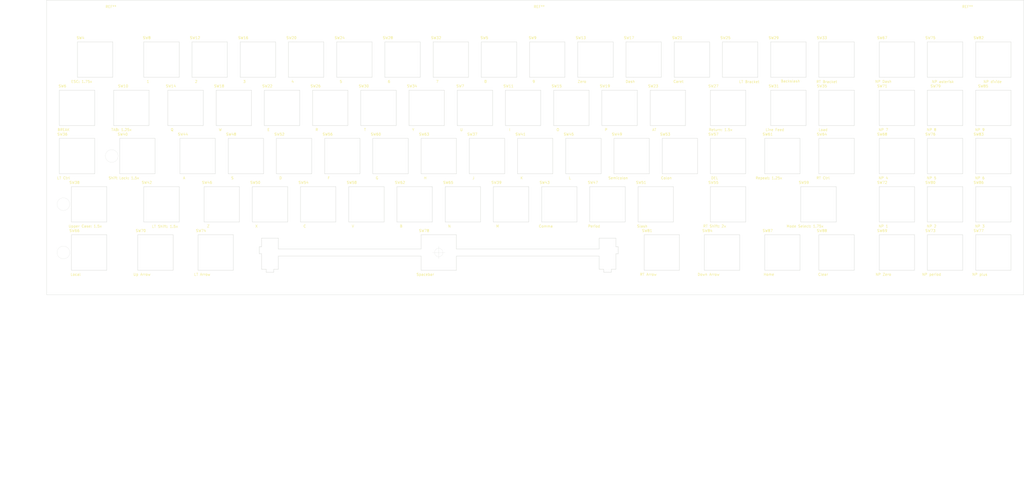
<source format=kicad_pcb>
(kicad_pcb (version 20171130) (host pcbnew "(5.1.5-0-10_14)")

  (general
    (thickness 1.6)
    (drawings 9)
    (tracks 0)
    (zones 0)
    (modules 88)
    (nets 1)
  )

  (page C)
  (title_block
    (title "Unified Retro Keyboard")
    (date 2019-08-25)
    (rev 1.3)
    (company OSIWeb.org)
    (comment 1 "Key matrix w/ LED")
  )

  (layers
    (0 F.Cu signal)
    (31 B.Cu signal)
    (32 B.Adhes user)
    (33 F.Adhes user)
    (34 B.Paste user)
    (35 F.Paste user)
    (36 B.SilkS user)
    (37 F.SilkS user)
    (38 B.Mask user)
    (39 F.Mask user)
    (40 Dwgs.User user)
    (41 Cmts.User user)
    (42 Eco1.User user)
    (43 Eco2.User user)
    (44 Edge.Cuts user)
    (45 Margin user)
    (46 B.CrtYd user)
    (47 F.CrtYd user)
    (48 B.Fab user)
    (49 F.Fab user)
  )

  (setup
    (last_trace_width 0.254)
    (user_trace_width 0.254)
    (user_trace_width 0.508)
    (user_trace_width 1.27)
    (trace_clearance 0.2)
    (zone_clearance 0.508)
    (zone_45_only no)
    (trace_min 0.2)
    (via_size 0.8128)
    (via_drill 0.4064)
    (via_min_size 0.4)
    (via_min_drill 0.3)
    (user_via 1.27 0.7112)
    (uvia_size 0.3048)
    (uvia_drill 0.1016)
    (uvias_allowed no)
    (uvia_min_size 0.2)
    (uvia_min_drill 0.1)
    (edge_width 0.05)
    (segment_width 0.2)
    (pcb_text_width 0.3)
    (pcb_text_size 1.5 1.5)
    (mod_edge_width 0.12)
    (mod_text_size 1 1)
    (mod_text_width 0.15)
    (pad_size 3.81 3.81)
    (pad_drill 3.81)
    (pad_to_mask_clearance 0)
    (aux_axis_origin 61.4172 179.1081)
    (grid_origin 76.835 223.393)
    (visible_elements 7FFFEFFF)
    (pcbplotparams
      (layerselection 0x010fc_ffffffff)
      (usegerberextensions false)
      (usegerberattributes false)
      (usegerberadvancedattributes false)
      (creategerberjobfile false)
      (excludeedgelayer true)
      (linewidth 0.100000)
      (plotframeref false)
      (viasonmask false)
      (mode 1)
      (useauxorigin false)
      (hpglpennumber 1)
      (hpglpenspeed 20)
      (hpglpendiameter 15.000000)
      (psnegative false)
      (psa4output false)
      (plotreference true)
      (plotvalue true)
      (plotinvisibletext false)
      (padsonsilk false)
      (subtractmaskfromsilk false)
      (outputformat 1)
      (mirror false)
      (drillshape 0)
      (scaleselection 1)
      (outputdirectory "outputs"))
  )

  (net 0 "")

  (net_class Default "This is the default net class."
    (clearance 0.2)
    (trace_width 0.254)
    (via_dia 0.8128)
    (via_drill 0.4064)
    (uvia_dia 0.3048)
    (uvia_drill 0.1016)
    (diff_pair_width 0.2032)
    (diff_pair_gap 0.254)
  )

  (net_class power1 ""
    (clearance 0.254)
    (trace_width 1.27)
    (via_dia 1.27)
    (via_drill 0.7112)
    (uvia_dia 0.3048)
    (uvia_drill 0.1016)
    (diff_pair_width 0.2032)
    (diff_pair_gap 0.254)
  )

  (net_class signal ""
    (clearance 0.2032)
    (trace_width 0.254)
    (via_dia 0.8128)
    (via_drill 0.4064)
    (uvia_dia 0.3048)
    (uvia_drill 0.1016)
    (diff_pair_width 0.2032)
    (diff_pair_gap 0.254)
  )

  (module unikbd:MX_space_aligner locked (layer F.Cu) (tedit 5DA62851) (tstamp 5E12D584)
    (at 251.45238 206.79156)
    (path /5E16AC8E/5E135ADC)
    (fp_text reference SW78 (at -5.7912 -8.6106) (layer F.SilkS)
      (effects (font (size 1 1) (thickness 0.15)))
    )
    (fp_text value Spacebar (at -5.334 8.6614) (layer F.SilkS)
      (effects (font (size 1 1) (thickness 0.15)))
    )
    (fp_line (start -6.985 -6.985) (end 6.985 -6.985) (layer Edge.Cuts) (width 0.12))
    (fp_line (start -6.985 -1.397) (end -6.985 -6.985) (layer Edge.Cuts) (width 0.12))
    (fp_line (start -63.3476 -1.397) (end -6.985 -1.397) (layer Edge.Cuts) (width 0.12))
    (fp_line (start -63.3476 -5.6896) (end -63.3476 -1.397) (layer Edge.Cuts) (width 0.12))
    (fp_line (start -70.0024 -5.6896) (end -63.3476 -5.6896) (layer Edge.Cuts) (width 0.12))
    (fp_line (start -70.0024 -2.286) (end -70.0024 -5.6896) (layer Edge.Cuts) (width 0.12))
    (fp_line (start -70.866 -2.286) (end -70.0024 -2.286) (layer Edge.Cuts) (width 0.12))
    (fp_line (start -70.866 0.508) (end -70.866 -2.286) (layer Edge.Cuts) (width 0.12))
    (fp_line (start -70.0024 0.508) (end -70.866 0.508) (layer Edge.Cuts) (width 0.12))
    (fp_line (start -70.0024 6.604) (end -70.0024 0.508) (layer Edge.Cuts) (width 0.12))
    (fp_line (start -68.199 6.604) (end -70.0024 6.604) (layer Edge.Cuts) (width 0.12))
    (fp_line (start -68.199 7.7724) (end -68.199 6.604) (layer Edge.Cuts) (width 0.12))
    (fp_line (start -65.151 7.7724) (end -68.199 7.7724) (layer Edge.Cuts) (width 0.12))
    (fp_line (start -65.151 6.604) (end -65.151 7.7724) (layer Edge.Cuts) (width 0.12))
    (fp_line (start -63.3476 6.604) (end -65.151 6.604) (layer Edge.Cuts) (width 0.12))
    (fp_line (start -63.3476 1.397) (end -63.3476 6.604) (layer Edge.Cuts) (width 0.12))
    (fp_line (start -6.985 1.397) (end -63.3476 1.397) (layer Edge.Cuts) (width 0.12))
    (fp_line (start -6.985 6.985) (end -6.985 1.397) (layer Edge.Cuts) (width 0.12))
    (fp_line (start 6.985 6.985) (end -6.985 6.985) (layer Edge.Cuts) (width 0.12))
    (fp_line (start 6.985 1.397) (end 6.985 6.985) (layer Edge.Cuts) (width 0.12))
    (fp_line (start 63.3476 1.397) (end 6.985 1.397) (layer Edge.Cuts) (width 0.12))
    (fp_line (start 63.3476 6.604) (end 63.3476 1.397) (layer Edge.Cuts) (width 0.12))
    (fp_line (start 65.151 6.604) (end 63.3476 6.604) (layer Edge.Cuts) (width 0.12))
    (fp_line (start 65.151 7.7724) (end 65.151 6.604) (layer Edge.Cuts) (width 0.12))
    (fp_line (start 68.199 7.7724) (end 65.151 7.7724) (layer Edge.Cuts) (width 0.12))
    (fp_line (start 68.199 6.604) (end 68.199 7.7724) (layer Edge.Cuts) (width 0.12))
    (fp_line (start 70.0024 6.604) (end 68.199 6.604) (layer Edge.Cuts) (width 0.12))
    (fp_line (start 70.0024 0.508) (end 70.0024 6.604) (layer Edge.Cuts) (width 0.12))
    (fp_line (start 70.866 0.508) (end 70.0024 0.508) (layer Edge.Cuts) (width 0.12))
    (fp_line (start 70.866 -2.286) (end 70.866 0.508) (layer Edge.Cuts) (width 0.12))
    (fp_line (start 70.0024 -2.286) (end 70.866 -2.286) (layer Edge.Cuts) (width 0.12))
    (fp_line (start 70.0024 -5.6896) (end 70.0024 -2.286) (layer Edge.Cuts) (width 0.12))
    (fp_line (start 63.3476 -5.6896) (end 70.0024 -5.6896) (layer Edge.Cuts) (width 0.12))
    (fp_line (start 63.3476 -1.397) (end 63.3476 -5.6896) (layer Edge.Cuts) (width 0.12))
    (fp_line (start 6.985 -1.397) (end 63.3476 -1.397) (layer Edge.Cuts) (width 0.12))
    (fp_line (start 6.985 -6.985) (end 6.985 -1.397) (layer Edge.Cuts) (width 0.12))
  )

  (module "unikbd:Cherry aligner" locked (layer F.Cu) (tedit 5DA626D6) (tstamp 5E12D3E0)
    (at 365.75238 168.69156)
    (path /5BC3E99D/5BC6CD79)
    (fp_text reference SW57 (at -5.7912 -8.6106) (layer F.SilkS)
      (effects (font (size 1 1) (thickness 0.15)))
    )
    (fp_text value DEL (at -5.334 8.6614) (layer F.SilkS)
      (effects (font (size 1 1) (thickness 0.15)))
    )
    (fp_line (start -6.985 -6.985) (end -6.985 6.985) (layer Edge.Cuts) (width 0.12))
    (fp_line (start 6.985 6.985) (end 6.985 -6.985) (layer Edge.Cuts) (width 0.12))
    (fp_line (start -6.985 -6.985) (end 6.985 -6.985) (layer Edge.Cuts) (width 0.12))
    (fp_line (start -6.985 6.985) (end 6.985 6.985) (layer Edge.Cuts) (width 0.12))
  )

  (module "unikbd:Cherry aligner" locked (layer F.Cu) (tedit 5DA626D6) (tstamp 5E12D3A4)
    (at 203.82738 187.74156)
    (path /5BC3E99D/5BC6CEF2)
    (fp_text reference SW54 (at -5.7912 -8.6106) (layer F.SilkS)
      (effects (font (size 1 1) (thickness 0.15)))
    )
    (fp_text value C (at -5.334 8.6614) (layer F.SilkS)
      (effects (font (size 1 1) (thickness 0.15)))
    )
    (fp_line (start -6.985 -6.985) (end -6.985 6.985) (layer Edge.Cuts) (width 0.12))
    (fp_line (start 6.985 6.985) (end 6.985 -6.985) (layer Edge.Cuts) (width 0.12))
    (fp_line (start -6.985 -6.985) (end 6.985 -6.985) (layer Edge.Cuts) (width 0.12))
    (fp_line (start -6.985 6.985) (end 6.985 6.985) (layer Edge.Cuts) (width 0.12))
  )

  (module "unikbd:Cherry aligner" locked (layer F.Cu) (tedit 5DA626D6) (tstamp 5E6EC726)
    (at 163.34613 206.79156)
    (path /5E16AC8E/5E1BE0F6)
    (fp_text reference SW74 (at -5.7912 -8.6106) (layer F.SilkS)
      (effects (font (size 1 1) (thickness 0.15)))
    )
    (fp_text value "LT Arrow" (at -5.334 8.6614) (layer F.SilkS)
      (effects (font (size 1 1) (thickness 0.15)))
    )
    (fp_line (start -6.985 -6.985) (end -6.985 6.985) (layer Edge.Cuts) (width 0.12))
    (fp_line (start 6.985 6.985) (end 6.985 -6.985) (layer Edge.Cuts) (width 0.12))
    (fp_line (start -6.985 -6.985) (end 6.985 -6.985) (layer Edge.Cuts) (width 0.12))
    (fp_line (start -6.985 6.985) (end 6.985 6.985) (layer Edge.Cuts) (width 0.12))
  )

  (module "unikbd:Cherry aligner" locked (layer F.Cu) (tedit 5DA626D6) (tstamp 5E120789)
    (at 470.52738 149.64156)
    (path /5E16AC8E/5E1BE103)
    (fp_text reference SW85 (at -4.03098 -8.56996) (layer F.SilkS)
      (effects (font (size 1 1) (thickness 0.15)))
    )
    (fp_text value "NP 9" (at -5.334 8.6614) (layer F.SilkS)
      (effects (font (size 1 1) (thickness 0.15)))
    )
    (fp_line (start -6.985 -6.985) (end -6.985 6.985) (layer Edge.Cuts) (width 0.12))
    (fp_line (start 6.985 6.985) (end 6.985 -6.985) (layer Edge.Cuts) (width 0.12))
    (fp_line (start -6.985 -6.985) (end 6.985 -6.985) (layer Edge.Cuts) (width 0.12))
    (fp_line (start -6.985 6.985) (end 6.985 6.985) (layer Edge.Cuts) (width 0.12))
  )

  (module "unikbd:Cherry aligner" locked (layer F.Cu) (tedit 5DA626D6) (tstamp 5E12D1C4)
    (at 227.63988 149.64156)
    (path /5BC3EA0A/5BCAF420)
    (fp_text reference SW30 (at -5.7912 -8.6106) (layer F.SilkS)
      (effects (font (size 1 1) (thickness 0.15)))
    )
    (fp_text value T (at -5.334 8.6614) (layer F.SilkS)
      (effects (font (size 1 1) (thickness 0.15)))
    )
    (fp_line (start -6.985 -6.985) (end -6.985 6.985) (layer Edge.Cuts) (width 0.12))
    (fp_line (start 6.985 6.985) (end 6.985 -6.985) (layer Edge.Cuts) (width 0.12))
    (fp_line (start -6.985 -6.985) (end 6.985 -6.985) (layer Edge.Cuts) (width 0.12))
    (fp_line (start -6.985 6.985) (end 6.985 6.985) (layer Edge.Cuts) (width 0.12))
  )

  (module "unikbd:Cherry aligner" locked (layer F.Cu) (tedit 5DA626D6) (tstamp 5E12D64C)
    (at 408.61488 206.79156)
    (path /5E16AC8E/5E1BE0F8)
    (fp_text reference SW88 (at -5.7912 -8.6106) (layer F.SilkS)
      (effects (font (size 1 1) (thickness 0.15)))
    )
    (fp_text value Clear (at -5.334 8.6614) (layer F.SilkS)
      (effects (font (size 1 1) (thickness 0.15)))
    )
    (fp_line (start -6.985 -6.985) (end -6.985 6.985) (layer Edge.Cuts) (width 0.12))
    (fp_line (start 6.985 6.985) (end 6.985 -6.985) (layer Edge.Cuts) (width 0.12))
    (fp_line (start -6.985 -6.985) (end 6.985 -6.985) (layer Edge.Cuts) (width 0.12))
    (fp_line (start -6.985 6.985) (end 6.985 6.985) (layer Edge.Cuts) (width 0.12))
  )

  (module "unikbd:Cherry aligner" locked (layer F.Cu) (tedit 5DA626D6) (tstamp 5E12D638)
    (at 387.18363 206.79156)
    (path /5E16AC8E/5E1BE0F9)
    (fp_text reference SW87 (at -5.7912 -8.6106) (layer F.SilkS)
      (effects (font (size 1 1) (thickness 0.15)))
    )
    (fp_text value Home (at -5.334 8.6614) (layer F.SilkS)
      (effects (font (size 1 1) (thickness 0.15)))
    )
    (fp_line (start -6.985 -6.985) (end -6.985 6.985) (layer Edge.Cuts) (width 0.12))
    (fp_line (start 6.985 6.985) (end 6.985 -6.985) (layer Edge.Cuts) (width 0.12))
    (fp_line (start -6.985 -6.985) (end 6.985 -6.985) (layer Edge.Cuts) (width 0.12))
    (fp_line (start -6.985 6.985) (end 6.985 6.985) (layer Edge.Cuts) (width 0.12))
  )

  (module "unikbd:Cherry aligner" locked (layer F.Cu) (tedit 5DA626D6) (tstamp 5E12D624)
    (at 470.52738 187.74156)
    (path /5E16AC8E/5E1BE10E)
    (fp_text reference SW86 (at -5.7912 -8.6106) (layer F.SilkS)
      (effects (font (size 1 1) (thickness 0.15)))
    )
    (fp_text value "NP 3" (at -5.334 8.6614) (layer F.SilkS)
      (effects (font (size 1 1) (thickness 0.15)))
    )
    (fp_line (start -6.985 -6.985) (end -6.985 6.985) (layer Edge.Cuts) (width 0.12))
    (fp_line (start 6.985 6.985) (end 6.985 -6.985) (layer Edge.Cuts) (width 0.12))
    (fp_line (start -6.985 -6.985) (end 6.985 -6.985) (layer Edge.Cuts) (width 0.12))
    (fp_line (start -6.985 6.985) (end 6.985 6.985) (layer Edge.Cuts) (width 0.12))
  )

  (module "unikbd:Cherry aligner" locked (layer F.Cu) (tedit 5DA626D6) (tstamp 5E12D5FC)
    (at 363.37113 206.79156)
    (path /5E16AC8E/5E1BE0F7)
    (fp_text reference SW84 (at -5.7912 -8.6106) (layer F.SilkS)
      (effects (font (size 1 1) (thickness 0.15)))
    )
    (fp_text value "Down Arrow" (at -5.334 8.6614) (layer F.SilkS)
      (effects (font (size 1 1) (thickness 0.15)))
    )
    (fp_line (start -6.985 -6.985) (end -6.985 6.985) (layer Edge.Cuts) (width 0.12))
    (fp_line (start 6.985 6.985) (end 6.985 -6.985) (layer Edge.Cuts) (width 0.12))
    (fp_line (start -6.985 -6.985) (end 6.985 -6.985) (layer Edge.Cuts) (width 0.12))
    (fp_line (start -6.985 6.985) (end 6.985 6.985) (layer Edge.Cuts) (width 0.12))
  )

  (module "unikbd:Cherry aligner" locked (layer F.Cu) (tedit 5DA626D6) (tstamp 5E12D5E8)
    (at 470.52738 168.69156)
    (path /5E16AC8E/5E1BE10D)
    (fp_text reference SW83 (at -5.7912 -8.6106) (layer F.SilkS)
      (effects (font (size 1 1) (thickness 0.15)))
    )
    (fp_text value "NP 6" (at -5.334 8.6614) (layer F.SilkS)
      (effects (font (size 1 1) (thickness 0.15)))
    )
    (fp_line (start -6.985 -6.985) (end -6.985 6.985) (layer Edge.Cuts) (width 0.12))
    (fp_line (start 6.985 6.985) (end 6.985 -6.985) (layer Edge.Cuts) (width 0.12))
    (fp_line (start -6.985 -6.985) (end 6.985 -6.985) (layer Edge.Cuts) (width 0.12))
    (fp_line (start -6.985 6.985) (end 6.985 6.985) (layer Edge.Cuts) (width 0.12))
  )

  (module "unikbd:Cherry aligner" locked (layer F.Cu) (tedit 5DA626D6) (tstamp 5E12D5D4)
    (at 470.52738 130.59156)
    (path /5E16AC8E/5E1BE102)
    (fp_text reference SW82 (at -5.7912 -8.6106) (layer F.SilkS)
      (effects (font (size 1 1) (thickness 0.15)))
    )
    (fp_text value "NP divide" (at -0.29718 8.72744) (layer F.SilkS)
      (effects (font (size 1 1) (thickness 0.15)))
    )
    (fp_line (start -6.985 -6.985) (end -6.985 6.985) (layer Edge.Cuts) (width 0.12))
    (fp_line (start 6.985 6.985) (end 6.985 -6.985) (layer Edge.Cuts) (width 0.12))
    (fp_line (start -6.985 -6.985) (end 6.985 -6.985) (layer Edge.Cuts) (width 0.12))
    (fp_line (start -6.985 6.985) (end 6.985 6.985) (layer Edge.Cuts) (width 0.12))
  )

  (module "unikbd:Cherry aligner" locked (layer F.Cu) (tedit 5DA626D6) (tstamp 5E10B4C4)
    (at 339.55863 206.79156)
    (path /5E16AC8E/5E1BE119)
    (fp_text reference SW81 (at -5.7912 -8.6106) (layer F.SilkS)
      (effects (font (size 1 1) (thickness 0.15)))
    )
    (fp_text value "RT Arrow" (at -5.334 8.6614) (layer F.SilkS)
      (effects (font (size 1 1) (thickness 0.15)))
    )
    (fp_line (start -6.985 -6.985) (end -6.985 6.985) (layer Edge.Cuts) (width 0.12))
    (fp_line (start 6.985 6.985) (end 6.985 -6.985) (layer Edge.Cuts) (width 0.12))
    (fp_line (start -6.985 -6.985) (end 6.985 -6.985) (layer Edge.Cuts) (width 0.12))
    (fp_line (start -6.985 6.985) (end 6.985 6.985) (layer Edge.Cuts) (width 0.12))
  )

  (module "unikbd:Cherry aligner" locked (layer F.Cu) (tedit 5DA626D6) (tstamp 5E12D5AC)
    (at 451.47738 187.74156)
    (path /5E16AC8E/5E1BE10B)
    (fp_text reference SW80 (at -5.7912 -8.6106) (layer F.SilkS)
      (effects (font (size 1 1) (thickness 0.15)))
    )
    (fp_text value "NP 2" (at -5.334 8.6614) (layer F.SilkS)
      (effects (font (size 1 1) (thickness 0.15)))
    )
    (fp_line (start -6.985 -6.985) (end -6.985 6.985) (layer Edge.Cuts) (width 0.12))
    (fp_line (start 6.985 6.985) (end 6.985 -6.985) (layer Edge.Cuts) (width 0.12))
    (fp_line (start -6.985 -6.985) (end 6.985 -6.985) (layer Edge.Cuts) (width 0.12))
    (fp_line (start -6.985 6.985) (end 6.985 6.985) (layer Edge.Cuts) (width 0.12))
  )

  (module "unikbd:Cherry aligner" locked (layer F.Cu) (tedit 5DA626D6) (tstamp 5E12D598)
    (at 451.47738 149.64156)
    (path /5E16AC8E/5E1BE100)
    (fp_text reference SW79 (at -3.75158 -8.56996) (layer F.SilkS)
      (effects (font (size 1 1) (thickness 0.15)))
    )
    (fp_text value "NP 8" (at -5.334 8.6614) (layer F.SilkS)
      (effects (font (size 1 1) (thickness 0.15)))
    )
    (fp_line (start -6.985 -6.985) (end -6.985 6.985) (layer Edge.Cuts) (width 0.12))
    (fp_line (start 6.985 6.985) (end 6.985 -6.985) (layer Edge.Cuts) (width 0.12))
    (fp_line (start -6.985 -6.985) (end 6.985 -6.985) (layer Edge.Cuts) (width 0.12))
    (fp_line (start -6.985 6.985) (end 6.985 6.985) (layer Edge.Cuts) (width 0.12))
  )

  (module "unikbd:Cherry aligner" locked (layer F.Cu) (tedit 5DA626D6) (tstamp 5E12D570)
    (at 470.52738 206.79156)
    (path /5E16AC8E/5E1BE116)
    (fp_text reference SW77 (at -5.7912 -8.6106) (layer F.SilkS)
      (effects (font (size 1 1) (thickness 0.15)))
    )
    (fp_text value "NP plus" (at -5.334 8.6614) (layer F.SilkS)
      (effects (font (size 1 1) (thickness 0.15)))
    )
    (fp_line (start -6.985 -6.985) (end -6.985 6.985) (layer Edge.Cuts) (width 0.12))
    (fp_line (start 6.985 6.985) (end 6.985 -6.985) (layer Edge.Cuts) (width 0.12))
    (fp_line (start -6.985 -6.985) (end 6.985 -6.985) (layer Edge.Cuts) (width 0.12))
    (fp_line (start -6.985 6.985) (end 6.985 6.985) (layer Edge.Cuts) (width 0.12))
  )

  (module "unikbd:Cherry aligner" locked (layer F.Cu) (tedit 5DA626D6) (tstamp 5E12D55C)
    (at 451.47738 168.69156)
    (path /5E16AC8E/5E1BE10C)
    (fp_text reference SW76 (at -5.7912 -8.6106) (layer F.SilkS)
      (effects (font (size 1 1) (thickness 0.15)))
    )
    (fp_text value "NP 5" (at -5.334 8.6614) (layer F.SilkS)
      (effects (font (size 1 1) (thickness 0.15)))
    )
    (fp_line (start -6.985 -6.985) (end -6.985 6.985) (layer Edge.Cuts) (width 0.12))
    (fp_line (start 6.985 6.985) (end 6.985 -6.985) (layer Edge.Cuts) (width 0.12))
    (fp_line (start -6.985 -6.985) (end 6.985 -6.985) (layer Edge.Cuts) (width 0.12))
    (fp_line (start -6.985 6.985) (end 6.985 6.985) (layer Edge.Cuts) (width 0.12))
  )

  (module "unikbd:Cherry aligner" locked (layer F.Cu) (tedit 5DA626D6) (tstamp 5E114E20)
    (at 451.47738 130.59156)
    (path /5E16AC8E/5E1BE101)
    (fp_text reference SW75 (at -5.7912 -8.6106) (layer F.SilkS)
      (effects (font (size 1 1) (thickness 0.15)))
    )
    (fp_text value "NP asterisk" (at -0.88138 8.72744) (layer F.SilkS)
      (effects (font (size 1 1) (thickness 0.15)))
    )
    (fp_line (start -6.985 -6.985) (end -6.985 6.985) (layer Edge.Cuts) (width 0.12))
    (fp_line (start 6.985 6.985) (end 6.985 -6.985) (layer Edge.Cuts) (width 0.12))
    (fp_line (start -6.985 -6.985) (end 6.985 -6.985) (layer Edge.Cuts) (width 0.12))
    (fp_line (start -6.985 6.985) (end 6.985 6.985) (layer Edge.Cuts) (width 0.12))
  )

  (module "unikbd:Cherry aligner" locked (layer F.Cu) (tedit 5DA626D6) (tstamp 5E12D520)
    (at 451.47738 206.79156)
    (path /5E16AC8E/5BC6D0AD)
    (fp_text reference SW73 (at -5.7912 -8.6106) (layer F.SilkS)
      (effects (font (size 1 1) (thickness 0.15)))
    )
    (fp_text value "NP period" (at -5.334 8.6614) (layer F.SilkS)
      (effects (font (size 1 1) (thickness 0.15)))
    )
    (fp_line (start -6.985 -6.985) (end -6.985 6.985) (layer Edge.Cuts) (width 0.12))
    (fp_line (start 6.985 6.985) (end 6.985 -6.985) (layer Edge.Cuts) (width 0.12))
    (fp_line (start -6.985 -6.985) (end 6.985 -6.985) (layer Edge.Cuts) (width 0.12))
    (fp_line (start -6.985 6.985) (end 6.985 6.985) (layer Edge.Cuts) (width 0.12))
  )

  (module "unikbd:Cherry aligner" locked (layer F.Cu) (tedit 5DA626D6) (tstamp 5E12D50C)
    (at 432.42738 187.74156)
    (path /5E16AC8E/5E1BE10A)
    (fp_text reference SW72 (at -5.7912 -8.6106) (layer F.SilkS)
      (effects (font (size 1 1) (thickness 0.15)))
    )
    (fp_text value "NP 1" (at -5.334 8.6614) (layer F.SilkS)
      (effects (font (size 1 1) (thickness 0.15)))
    )
    (fp_line (start -6.985 -6.985) (end -6.985 6.985) (layer Edge.Cuts) (width 0.12))
    (fp_line (start 6.985 6.985) (end 6.985 -6.985) (layer Edge.Cuts) (width 0.12))
    (fp_line (start -6.985 -6.985) (end 6.985 -6.985) (layer Edge.Cuts) (width 0.12))
    (fp_line (start -6.985 6.985) (end 6.985 6.985) (layer Edge.Cuts) (width 0.12))
  )

  (module "unikbd:Cherry aligner" locked (layer F.Cu) (tedit 5DA626D6) (tstamp 5E12D4F8)
    (at 432.42738 149.64156)
    (path /5E16AC8E/5E1BE0FF)
    (fp_text reference SW71 (at -5.7912 -8.6106) (layer F.SilkS)
      (effects (font (size 1 1) (thickness 0.15)))
    )
    (fp_text value "NP 7" (at -5.334 8.6614) (layer F.SilkS)
      (effects (font (size 1 1) (thickness 0.15)))
    )
    (fp_line (start -6.985 -6.985) (end -6.985 6.985) (layer Edge.Cuts) (width 0.12))
    (fp_line (start 6.985 6.985) (end 6.985 -6.985) (layer Edge.Cuts) (width 0.12))
    (fp_line (start -6.985 -6.985) (end 6.985 -6.985) (layer Edge.Cuts) (width 0.12))
    (fp_line (start -6.985 6.985) (end 6.985 6.985) (layer Edge.Cuts) (width 0.12))
  )

  (module "unikbd:Cherry aligner" locked (layer F.Cu) (tedit 5DA626D6) (tstamp 5E12D4E4)
    (at 139.53363 206.79156)
    (path /5E16AC8E/5E1BE0F5)
    (fp_text reference SW70 (at -5.7912 -8.6106) (layer F.SilkS)
      (effects (font (size 1 1) (thickness 0.15)))
    )
    (fp_text value "Up Arrow" (at -5.334 8.6614) (layer F.SilkS)
      (effects (font (size 1 1) (thickness 0.15)))
    )
    (fp_line (start -6.985 -6.985) (end -6.985 6.985) (layer Edge.Cuts) (width 0.12))
    (fp_line (start 6.985 6.985) (end 6.985 -6.985) (layer Edge.Cuts) (width 0.12))
    (fp_line (start -6.985 -6.985) (end 6.985 -6.985) (layer Edge.Cuts) (width 0.12))
    (fp_line (start -6.985 6.985) (end 6.985 6.985) (layer Edge.Cuts) (width 0.12))
  )

  (module "unikbd:Cherry aligner" locked (layer F.Cu) (tedit 5DA626D6) (tstamp 5E12D4D0)
    (at 432.42738 206.79156)
    (path /5E16AC8E/5E149AE2)
    (fp_text reference SW69 (at -5.7912 -8.6106) (layer F.SilkS)
      (effects (font (size 1 1) (thickness 0.15)))
    )
    (fp_text value "NP Zero" (at -5.334 8.6614) (layer F.SilkS)
      (effects (font (size 1 1) (thickness 0.15)))
    )
    (fp_line (start -6.985 -6.985) (end -6.985 6.985) (layer Edge.Cuts) (width 0.12))
    (fp_line (start 6.985 6.985) (end 6.985 -6.985) (layer Edge.Cuts) (width 0.12))
    (fp_line (start -6.985 -6.985) (end 6.985 -6.985) (layer Edge.Cuts) (width 0.12))
    (fp_line (start -6.985 6.985) (end 6.985 6.985) (layer Edge.Cuts) (width 0.12))
  )

  (module "unikbd:Cherry aligner" locked (layer F.Cu) (tedit 5DA626D6) (tstamp 5E12D4BC)
    (at 432.42738 168.69156)
    (path /5E16AC8E/5E1BE109)
    (fp_text reference SW68 (at -5.7912 -8.6106) (layer F.SilkS)
      (effects (font (size 1 1) (thickness 0.15)))
    )
    (fp_text value "NP 4" (at -5.334 8.6614) (layer F.SilkS)
      (effects (font (size 1 1) (thickness 0.15)))
    )
    (fp_line (start -6.985 -6.985) (end -6.985 6.985) (layer Edge.Cuts) (width 0.12))
    (fp_line (start 6.985 6.985) (end 6.985 -6.985) (layer Edge.Cuts) (width 0.12))
    (fp_line (start -6.985 -6.985) (end 6.985 -6.985) (layer Edge.Cuts) (width 0.12))
    (fp_line (start -6.985 6.985) (end 6.985 6.985) (layer Edge.Cuts) (width 0.12))
  )

  (module "unikbd:Cherry aligner" locked (layer F.Cu) (tedit 5DA626D6) (tstamp 5E12D4A8)
    (at 432.42738 130.59156)
    (path /5E16AC8E/5E13E76B)
    (fp_text reference SW67 (at -5.7912 -8.6106) (layer F.SilkS)
      (effects (font (size 1 1) (thickness 0.15)))
    )
    (fp_text value "NP Dash" (at -5.334 8.6614) (layer F.SilkS)
      (effects (font (size 1 1) (thickness 0.15)))
    )
    (fp_line (start -6.985 -6.985) (end -6.985 6.985) (layer Edge.Cuts) (width 0.12))
    (fp_line (start 6.985 6.985) (end 6.985 -6.985) (layer Edge.Cuts) (width 0.12))
    (fp_line (start -6.985 -6.985) (end 6.985 -6.985) (layer Edge.Cuts) (width 0.12))
    (fp_line (start -6.985 6.985) (end 6.985 6.985) (layer Edge.Cuts) (width 0.12))
  )

  (module "unikbd:Cherry aligner" locked (layer F.Cu) (tedit 5DA626D6) (tstamp 5E12D494)
    (at 113.33988 206.79156)
    (path /5E16AC8E/5E12EFC1)
    (fp_text reference SW66 (at -5.7912 -8.6106) (layer F.SilkS)
      (effects (font (size 1 1) (thickness 0.15)))
    )
    (fp_text value Local (at -5.334 8.6614) (layer F.SilkS)
      (effects (font (size 1 1) (thickness 0.15)))
    )
    (fp_line (start -6.985 -6.985) (end -6.985 6.985) (layer Edge.Cuts) (width 0.12))
    (fp_line (start 6.985 6.985) (end 6.985 -6.985) (layer Edge.Cuts) (width 0.12))
    (fp_line (start -6.985 -6.985) (end 6.985 -6.985) (layer Edge.Cuts) (width 0.12))
    (fp_line (start -6.985 6.985) (end 6.985 6.985) (layer Edge.Cuts) (width 0.12))
  )

  (module "unikbd:Cherry aligner" locked (layer F.Cu) (tedit 5DA626D6) (tstamp 5E12D480)
    (at 260.97738 187.74156)
    (path /5BC3E99D/5BC6CF00)
    (fp_text reference SW65 (at -5.7912 -8.6106) (layer F.SilkS)
      (effects (font (size 1 1) (thickness 0.15)))
    )
    (fp_text value N (at -5.334 8.6614) (layer F.SilkS)
      (effects (font (size 1 1) (thickness 0.15)))
    )
    (fp_line (start -6.985 -6.985) (end -6.985 6.985) (layer Edge.Cuts) (width 0.12))
    (fp_line (start 6.985 6.985) (end 6.985 -6.985) (layer Edge.Cuts) (width 0.12))
    (fp_line (start -6.985 -6.985) (end 6.985 -6.985) (layer Edge.Cuts) (width 0.12))
    (fp_line (start -6.985 6.985) (end 6.985 6.985) (layer Edge.Cuts) (width 0.12))
  )

  (module "unikbd:Cherry aligner" locked (layer F.Cu) (tedit 5DA626D6) (tstamp 5E12D46C)
    (at 408.61488 168.69156)
    (path /5BC3E99D/5BC6CD80)
    (fp_text reference SW64 (at -5.7912 -8.6106) (layer F.SilkS)
      (effects (font (size 1 1) (thickness 0.15)))
    )
    (fp_text value "RT Ctrl" (at -5.334 8.6614) (layer F.SilkS)
      (effects (font (size 1 1) (thickness 0.15)))
    )
    (fp_line (start -6.985 -6.985) (end -6.985 6.985) (layer Edge.Cuts) (width 0.12))
    (fp_line (start 6.985 6.985) (end 6.985 -6.985) (layer Edge.Cuts) (width 0.12))
    (fp_line (start -6.985 -6.985) (end 6.985 -6.985) (layer Edge.Cuts) (width 0.12))
    (fp_line (start -6.985 6.985) (end 6.985 6.985) (layer Edge.Cuts) (width 0.12))
  )

  (module "unikbd:Cherry aligner" locked (layer F.Cu) (tedit 5DA626D6) (tstamp 5E12D458)
    (at 251.45238 168.69156)
    (path /5BC3E99D/5BC3FF70)
    (fp_text reference SW63 (at -5.7912 -8.6106) (layer F.SilkS)
      (effects (font (size 1 1) (thickness 0.15)))
    )
    (fp_text value H (at -5.334 8.6614) (layer F.SilkS)
      (effects (font (size 1 1) (thickness 0.15)))
    )
    (fp_line (start -6.985 -6.985) (end -6.985 6.985) (layer Edge.Cuts) (width 0.12))
    (fp_line (start 6.985 6.985) (end 6.985 -6.985) (layer Edge.Cuts) (width 0.12))
    (fp_line (start -6.985 -6.985) (end 6.985 -6.985) (layer Edge.Cuts) (width 0.12))
    (fp_line (start -6.985 6.985) (end 6.985 6.985) (layer Edge.Cuts) (width 0.12))
  )

  (module "unikbd:Cherry aligner" locked (layer F.Cu) (tedit 5DA626D6) (tstamp 5E12D444)
    (at 241.92738 187.74156)
    (path /5BC3E99D/5BC6CF07)
    (fp_text reference SW62 (at -5.7912 -8.6106) (layer F.SilkS)
      (effects (font (size 1 1) (thickness 0.15)))
    )
    (fp_text value B (at -5.334 8.6614) (layer F.SilkS)
      (effects (font (size 1 1) (thickness 0.15)))
    )
    (fp_line (start -6.985 -6.985) (end -6.985 6.985) (layer Edge.Cuts) (width 0.12))
    (fp_line (start 6.985 6.985) (end 6.985 -6.985) (layer Edge.Cuts) (width 0.12))
    (fp_line (start -6.985 -6.985) (end 6.985 -6.985) (layer Edge.Cuts) (width 0.12))
    (fp_line (start -6.985 6.985) (end 6.985 6.985) (layer Edge.Cuts) (width 0.12))
  )

  (module "unikbd:Cherry aligner" locked (layer F.Cu) (tedit 5DA626D6) (tstamp 5E12D430)
    (at 387.18363 168.69156)
    (path /5BC3E99D/5BC6CD87)
    (fp_text reference SW61 (at -5.7912 -8.6106) (layer F.SilkS)
      (effects (font (size 1 1) (thickness 0.15)))
    )
    (fp_text value "Repeat: 1.25x" (at -5.334 8.6614) (layer F.SilkS)
      (effects (font (size 1 1) (thickness 0.15)))
    )
    (fp_line (start -6.985 -6.985) (end -6.985 6.985) (layer Edge.Cuts) (width 0.12))
    (fp_line (start 6.985 6.985) (end 6.985 -6.985) (layer Edge.Cuts) (width 0.12))
    (fp_line (start -6.985 -6.985) (end 6.985 -6.985) (layer Edge.Cuts) (width 0.12))
    (fp_line (start -6.985 6.985) (end 6.985 6.985) (layer Edge.Cuts) (width 0.12))
  )

  (module "unikbd:Cherry aligner" locked (layer F.Cu) (tedit 5DA626D6) (tstamp 5E12D41C)
    (at 232.40238 168.69156)
    (path /5BC3E99D/5BC3FF77)
    (fp_text reference SW60 (at -5.7912 -8.6106) (layer F.SilkS)
      (effects (font (size 1 1) (thickness 0.15)))
    )
    (fp_text value G (at -5.334 8.6614) (layer F.SilkS)
      (effects (font (size 1 1) (thickness 0.15)))
    )
    (fp_line (start -6.985 -6.985) (end -6.985 6.985) (layer Edge.Cuts) (width 0.12))
    (fp_line (start 6.985 6.985) (end 6.985 -6.985) (layer Edge.Cuts) (width 0.12))
    (fp_line (start -6.985 -6.985) (end 6.985 -6.985) (layer Edge.Cuts) (width 0.12))
    (fp_line (start -6.985 6.985) (end 6.985 6.985) (layer Edge.Cuts) (width 0.12))
  )

  (module "unikbd:Cherry aligner" locked (layer F.Cu) (tedit 5DA626D6) (tstamp 5E12D408)
    (at 401.47113 187.74156)
    (path /5BC3E99D/5BC6D0C9)
    (fp_text reference SW59 (at -5.7912 -8.6106) (layer F.SilkS)
      (effects (font (size 1 1) (thickness 0.15)))
    )
    (fp_text value "Mode Select: 1.75x" (at -5.334 8.6614) (layer F.SilkS)
      (effects (font (size 1 1) (thickness 0.15)))
    )
    (fp_line (start -6.985 -6.985) (end -6.985 6.985) (layer Edge.Cuts) (width 0.12))
    (fp_line (start 6.985 6.985) (end 6.985 -6.985) (layer Edge.Cuts) (width 0.12))
    (fp_line (start -6.985 -6.985) (end 6.985 -6.985) (layer Edge.Cuts) (width 0.12))
    (fp_line (start -6.985 6.985) (end 6.985 6.985) (layer Edge.Cuts) (width 0.12))
  )

  (module "unikbd:Cherry aligner" locked (layer F.Cu) (tedit 5DA626D6) (tstamp 5E12D3F4)
    (at 222.87738 187.74156)
    (path /5BC3E99D/5BC6CEF9)
    (fp_text reference SW58 (at -5.7912 -8.6106) (layer F.SilkS)
      (effects (font (size 1 1) (thickness 0.15)))
    )
    (fp_text value V (at -5.334 8.6614) (layer F.SilkS)
      (effects (font (size 1 1) (thickness 0.15)))
    )
    (fp_line (start -6.985 -6.985) (end -6.985 6.985) (layer Edge.Cuts) (width 0.12))
    (fp_line (start 6.985 6.985) (end 6.985 -6.985) (layer Edge.Cuts) (width 0.12))
    (fp_line (start -6.985 -6.985) (end 6.985 -6.985) (layer Edge.Cuts) (width 0.12))
    (fp_line (start -6.985 6.985) (end 6.985 6.985) (layer Edge.Cuts) (width 0.12))
  )

  (module "unikbd:Cherry aligner" locked (layer F.Cu) (tedit 5DA626D6) (tstamp 5E12D3CC)
    (at 213.35238 168.69156)
    (path /5BC3E99D/5BC3FF69)
    (fp_text reference SW56 (at -5.7912 -8.6106) (layer F.SilkS)
      (effects (font (size 1 1) (thickness 0.15)))
    )
    (fp_text value F (at -5.334 8.6614) (layer F.SilkS)
      (effects (font (size 1 1) (thickness 0.15)))
    )
    (fp_line (start -6.985 -6.985) (end -6.985 6.985) (layer Edge.Cuts) (width 0.12))
    (fp_line (start 6.985 6.985) (end 6.985 -6.985) (layer Edge.Cuts) (width 0.12))
    (fp_line (start -6.985 -6.985) (end 6.985 -6.985) (layer Edge.Cuts) (width 0.12))
    (fp_line (start -6.985 6.985) (end 6.985 6.985) (layer Edge.Cuts) (width 0.12))
  )

  (module "unikbd:Cherry aligner" locked (layer F.Cu) (tedit 5DA626D6) (tstamp 5E12D3B8)
    (at 365.75238 187.74156)
    (path /5BC3E99D/5BC6D0C2)
    (fp_text reference SW55 (at -5.7912 -8.6106) (layer F.SilkS)
      (effects (font (size 1 1) (thickness 0.15)))
    )
    (fp_text value "RT Shift: 2x" (at -5.334 8.6614) (layer F.SilkS)
      (effects (font (size 1 1) (thickness 0.15)))
    )
    (fp_line (start -6.985 -6.985) (end -6.985 6.985) (layer Edge.Cuts) (width 0.12))
    (fp_line (start 6.985 6.985) (end 6.985 -6.985) (layer Edge.Cuts) (width 0.12))
    (fp_line (start -6.985 -6.985) (end 6.985 -6.985) (layer Edge.Cuts) (width 0.12))
    (fp_line (start -6.985 6.985) (end 6.985 6.985) (layer Edge.Cuts) (width 0.12))
  )

  (module "unikbd:Cherry aligner" locked (layer F.Cu) (tedit 5DA626D6) (tstamp 5E12D390)
    (at 346.70238 168.69156)
    (path /5BC3E99D/5BC6CD72)
    (fp_text reference SW53 (at -5.7912 -8.6106) (layer F.SilkS)
      (effects (font (size 1 1) (thickness 0.15)))
    )
    (fp_text value Colon (at -5.334 8.6614) (layer F.SilkS)
      (effects (font (size 1 1) (thickness 0.15)))
    )
    (fp_line (start -6.985 -6.985) (end -6.985 6.985) (layer Edge.Cuts) (width 0.12))
    (fp_line (start 6.985 6.985) (end 6.985 -6.985) (layer Edge.Cuts) (width 0.12))
    (fp_line (start -6.985 -6.985) (end 6.985 -6.985) (layer Edge.Cuts) (width 0.12))
    (fp_line (start -6.985 6.985) (end 6.985 6.985) (layer Edge.Cuts) (width 0.12))
  )

  (module "unikbd:Cherry aligner" locked (layer F.Cu) (tedit 5DA626D6) (tstamp 5E12D37C)
    (at 194.30238 168.69156)
    (path /5BC3E99D/5E0AC938)
    (fp_text reference SW52 (at -5.7912 -8.6106) (layer F.SilkS)
      (effects (font (size 1 1) (thickness 0.15)))
    )
    (fp_text value D (at -5.334 8.6614) (layer F.SilkS)
      (effects (font (size 1 1) (thickness 0.15)))
    )
    (fp_line (start -6.985 -6.985) (end -6.985 6.985) (layer Edge.Cuts) (width 0.12))
    (fp_line (start 6.985 6.985) (end 6.985 -6.985) (layer Edge.Cuts) (width 0.12))
    (fp_line (start -6.985 -6.985) (end 6.985 -6.985) (layer Edge.Cuts) (width 0.12))
    (fp_line (start -6.985 6.985) (end 6.985 6.985) (layer Edge.Cuts) (width 0.12))
  )

  (module "unikbd:Cherry aligner" locked (layer F.Cu) (tedit 5DA626D6) (tstamp 5E12D368)
    (at 337.17738 187.74156)
    (path /5BC3E99D/5BC6D0B4)
    (fp_text reference SW51 (at -5.7912 -8.6106) (layer F.SilkS)
      (effects (font (size 1 1) (thickness 0.15)))
    )
    (fp_text value Slash (at -5.334 8.6614) (layer F.SilkS)
      (effects (font (size 1 1) (thickness 0.15)))
    )
    (fp_line (start -6.985 -6.985) (end -6.985 6.985) (layer Edge.Cuts) (width 0.12))
    (fp_line (start 6.985 6.985) (end 6.985 -6.985) (layer Edge.Cuts) (width 0.12))
    (fp_line (start -6.985 -6.985) (end 6.985 -6.985) (layer Edge.Cuts) (width 0.12))
    (fp_line (start -6.985 6.985) (end 6.985 6.985) (layer Edge.Cuts) (width 0.12))
  )

  (module "unikbd:Cherry aligner" locked (layer F.Cu) (tedit 5DA626D6) (tstamp 5E12D354)
    (at 184.77738 187.74156)
    (path /5BC3E99D/5BC6CEE4)
    (fp_text reference SW50 (at -5.7912 -8.6106) (layer F.SilkS)
      (effects (font (size 1 1) (thickness 0.15)))
    )
    (fp_text value X (at -5.334 8.6614) (layer F.SilkS)
      (effects (font (size 1 1) (thickness 0.15)))
    )
    (fp_line (start -6.985 -6.985) (end -6.985 6.985) (layer Edge.Cuts) (width 0.12))
    (fp_line (start 6.985 6.985) (end 6.985 -6.985) (layer Edge.Cuts) (width 0.12))
    (fp_line (start -6.985 -6.985) (end 6.985 -6.985) (layer Edge.Cuts) (width 0.12))
    (fp_line (start -6.985 6.985) (end 6.985 6.985) (layer Edge.Cuts) (width 0.12))
  )

  (module "unikbd:Cherry aligner" locked (layer F.Cu) (tedit 5DA626D6) (tstamp 5E12D340)
    (at 327.65238 168.69156)
    (path /5BC3E99D/5BC6CD64)
    (fp_text reference SW49 (at -5.7912 -8.6106) (layer F.SilkS)
      (effects (font (size 1 1) (thickness 0.15)))
    )
    (fp_text value Semicolon (at -5.334 8.6614) (layer F.SilkS)
      (effects (font (size 1 1) (thickness 0.15)))
    )
    (fp_line (start -6.985 -6.985) (end -6.985 6.985) (layer Edge.Cuts) (width 0.12))
    (fp_line (start 6.985 6.985) (end 6.985 -6.985) (layer Edge.Cuts) (width 0.12))
    (fp_line (start -6.985 -6.985) (end 6.985 -6.985) (layer Edge.Cuts) (width 0.12))
    (fp_line (start -6.985 6.985) (end 6.985 6.985) (layer Edge.Cuts) (width 0.12))
  )

  (module "unikbd:Cherry aligner" locked (layer F.Cu) (tedit 5DA626D6) (tstamp 5E12D32C)
    (at 175.25238 168.69156)
    (path /5BC3E99D/5E1BE11D)
    (fp_text reference SW48 (at -5.7912 -8.6106) (layer F.SilkS)
      (effects (font (size 1 1) (thickness 0.15)))
    )
    (fp_text value S (at -5.334 8.6614) (layer F.SilkS)
      (effects (font (size 1 1) (thickness 0.15)))
    )
    (fp_line (start -6.985 -6.985) (end -6.985 6.985) (layer Edge.Cuts) (width 0.12))
    (fp_line (start 6.985 6.985) (end 6.985 -6.985) (layer Edge.Cuts) (width 0.12))
    (fp_line (start -6.985 -6.985) (end 6.985 -6.985) (layer Edge.Cuts) (width 0.12))
    (fp_line (start -6.985 6.985) (end 6.985 6.985) (layer Edge.Cuts) (width 0.12))
  )

  (module "unikbd:Cherry aligner" locked (layer F.Cu) (tedit 5DA626D6) (tstamp 5E12D318)
    (at 318.12738 187.74156)
    (path /5BC3E99D/5BC6D0BB)
    (fp_text reference SW47 (at -5.7912 -8.6106) (layer F.SilkS)
      (effects (font (size 1 1) (thickness 0.15)))
    )
    (fp_text value Period (at -5.334 8.6614) (layer F.SilkS)
      (effects (font (size 1 1) (thickness 0.15)))
    )
    (fp_line (start -6.985 -6.985) (end -6.985 6.985) (layer Edge.Cuts) (width 0.12))
    (fp_line (start 6.985 6.985) (end 6.985 -6.985) (layer Edge.Cuts) (width 0.12))
    (fp_line (start -6.985 -6.985) (end 6.985 -6.985) (layer Edge.Cuts) (width 0.12))
    (fp_line (start -6.985 6.985) (end 6.985 6.985) (layer Edge.Cuts) (width 0.12))
  )

  (module "unikbd:Cherry aligner" locked (layer F.Cu) (tedit 5DA626D6) (tstamp 5E12D304)
    (at 165.72738 187.74156)
    (path /5BC3E99D/5BC6CEEB)
    (fp_text reference SW46 (at -5.7912 -8.6106) (layer F.SilkS)
      (effects (font (size 1 1) (thickness 0.15)))
    )
    (fp_text value Z (at -5.334 8.6614) (layer F.SilkS)
      (effects (font (size 1 1) (thickness 0.15)))
    )
    (fp_line (start -6.985 -6.985) (end -6.985 6.985) (layer Edge.Cuts) (width 0.12))
    (fp_line (start 6.985 6.985) (end 6.985 -6.985) (layer Edge.Cuts) (width 0.12))
    (fp_line (start -6.985 -6.985) (end 6.985 -6.985) (layer Edge.Cuts) (width 0.12))
    (fp_line (start -6.985 6.985) (end 6.985 6.985) (layer Edge.Cuts) (width 0.12))
  )

  (module "unikbd:Cherry aligner" locked (layer F.Cu) (tedit 5DA626D6) (tstamp 5E12D2F0)
    (at 308.60238 168.69156)
    (path /5BC3E99D/5BC6CD6B)
    (fp_text reference SW45 (at -5.7912 -8.6106) (layer F.SilkS)
      (effects (font (size 1 1) (thickness 0.15)))
    )
    (fp_text value L (at -5.334 8.6614) (layer F.SilkS)
      (effects (font (size 1 1) (thickness 0.15)))
    )
    (fp_line (start -6.985 -6.985) (end -6.985 6.985) (layer Edge.Cuts) (width 0.12))
    (fp_line (start 6.985 6.985) (end 6.985 -6.985) (layer Edge.Cuts) (width 0.12))
    (fp_line (start -6.985 -6.985) (end 6.985 -6.985) (layer Edge.Cuts) (width 0.12))
    (fp_line (start -6.985 6.985) (end 6.985 6.985) (layer Edge.Cuts) (width 0.12))
  )

  (module "unikbd:Cherry aligner" locked (layer F.Cu) (tedit 5DA626D6) (tstamp 5E12D2DC)
    (at 156.20238 168.69156)
    (path /5BC3E99D/5BC3FE57)
    (fp_text reference SW44 (at -5.7912 -8.6106) (layer F.SilkS)
      (effects (font (size 1 1) (thickness 0.15)))
    )
    (fp_text value A (at -5.334 8.6614) (layer F.SilkS)
      (effects (font (size 1 1) (thickness 0.15)))
    )
    (fp_line (start -6.985 -6.985) (end -6.985 6.985) (layer Edge.Cuts) (width 0.12))
    (fp_line (start 6.985 6.985) (end 6.985 -6.985) (layer Edge.Cuts) (width 0.12))
    (fp_line (start -6.985 -6.985) (end 6.985 -6.985) (layer Edge.Cuts) (width 0.12))
    (fp_line (start -6.985 6.985) (end 6.985 6.985) (layer Edge.Cuts) (width 0.12))
  )

  (module "unikbd:Cherry aligner" locked (layer F.Cu) (tedit 5DA626D6) (tstamp 5E12D2C8)
    (at 299.07738 187.74156)
    (path /5BC3E99D/5E1BE115)
    (fp_text reference SW43 (at -5.7912 -8.6106) (layer F.SilkS)
      (effects (font (size 1 1) (thickness 0.15)))
    )
    (fp_text value Comma (at -5.334 8.6614) (layer F.SilkS)
      (effects (font (size 1 1) (thickness 0.15)))
    )
    (fp_line (start -6.985 -6.985) (end -6.985 6.985) (layer Edge.Cuts) (width 0.12))
    (fp_line (start 6.985 6.985) (end 6.985 -6.985) (layer Edge.Cuts) (width 0.12))
    (fp_line (start -6.985 -6.985) (end 6.985 -6.985) (layer Edge.Cuts) (width 0.12))
    (fp_line (start -6.985 6.985) (end 6.985 6.985) (layer Edge.Cuts) (width 0.12))
  )

  (module "unikbd:Cherry aligner" locked (layer F.Cu) (tedit 5DA626D6) (tstamp 5E10B192)
    (at 141.91488 187.74156)
    (path /5BC3E99D/5BC6CEDD)
    (fp_text reference SW42 (at -5.7912 -8.6106) (layer F.SilkS)
      (effects (font (size 1 1) (thickness 0.15)))
    )
    (fp_text value "LT Shift: 1.5x" (at 1.36652 8.75284) (layer F.SilkS)
      (effects (font (size 1 1) (thickness 0.15)))
    )
    (fp_line (start -6.985 -6.985) (end -6.985 6.985) (layer Edge.Cuts) (width 0.12))
    (fp_line (start 6.985 6.985) (end 6.985 -6.985) (layer Edge.Cuts) (width 0.12))
    (fp_line (start -6.985 -6.985) (end 6.985 -6.985) (layer Edge.Cuts) (width 0.12))
    (fp_line (start -6.985 6.985) (end 6.985 6.985) (layer Edge.Cuts) (width 0.12))
  )

  (module "unikbd:Cherry aligner" locked (layer F.Cu) (tedit 5DA626D6) (tstamp 5E12D2A0)
    (at 289.55238 168.69156)
    (path /5BC3E99D/5BC6CD5D)
    (fp_text reference SW41 (at -5.7912 -8.6106) (layer F.SilkS)
      (effects (font (size 1 1) (thickness 0.15)))
    )
    (fp_text value K (at -5.334 8.6614) (layer F.SilkS)
      (effects (font (size 1 1) (thickness 0.15)))
    )
    (fp_line (start -6.985 -6.985) (end -6.985 6.985) (layer Edge.Cuts) (width 0.12))
    (fp_line (start 6.985 6.985) (end 6.985 -6.985) (layer Edge.Cuts) (width 0.12))
    (fp_line (start -6.985 -6.985) (end 6.985 -6.985) (layer Edge.Cuts) (width 0.12))
    (fp_line (start -6.985 6.985) (end 6.985 6.985) (layer Edge.Cuts) (width 0.12))
  )

  (module "unikbd:Cherry aligner" locked (layer F.Cu) (tedit 5DA626D6) (tstamp 5E12D28C)
    (at 132.38988 168.69156)
    (path /5BC3E99D/5BC3FD26)
    (fp_text reference SW40 (at -5.7912 -8.6106) (layer F.SilkS)
      (effects (font (size 1 1) (thickness 0.15)))
    )
    (fp_text value "Shift Lock: 1.5x" (at -5.334 8.6614) (layer F.SilkS)
      (effects (font (size 1 1) (thickness 0.15)))
    )
    (fp_line (start -6.985 -6.985) (end -6.985 6.985) (layer Edge.Cuts) (width 0.12))
    (fp_line (start 6.985 6.985) (end 6.985 -6.985) (layer Edge.Cuts) (width 0.12))
    (fp_line (start -6.985 -6.985) (end 6.985 -6.985) (layer Edge.Cuts) (width 0.12))
    (fp_line (start -6.985 6.985) (end 6.985 6.985) (layer Edge.Cuts) (width 0.12))
  )

  (module "unikbd:Cherry aligner" locked (layer F.Cu) (tedit 5DA626D6) (tstamp 5E12D278)
    (at 280.02738 187.74156)
    (path /5BC3E99D/5E1BE121)
    (fp_text reference SW39 (at -5.7912 -8.6106) (layer F.SilkS)
      (effects (font (size 1 1) (thickness 0.15)))
    )
    (fp_text value M (at -5.334 8.6614) (layer F.SilkS)
      (effects (font (size 1 1) (thickness 0.15)))
    )
    (fp_line (start -6.985 -6.985) (end -6.985 6.985) (layer Edge.Cuts) (width 0.12))
    (fp_line (start 6.985 6.985) (end 6.985 -6.985) (layer Edge.Cuts) (width 0.12))
    (fp_line (start -6.985 -6.985) (end 6.985 -6.985) (layer Edge.Cuts) (width 0.12))
    (fp_line (start -6.985 6.985) (end 6.985 6.985) (layer Edge.Cuts) (width 0.12))
  )

  (module "unikbd:Cherry aligner" locked (layer F.Cu) (tedit 5DA626D6) (tstamp 5E12D264)
    (at 113.33988 187.74156)
    (path /5BC3E99D/5BC6CED6)
    (fp_text reference SW38 (at -5.7912 -8.6106) (layer F.SilkS)
      (effects (font (size 1 1) (thickness 0.15)))
    )
    (fp_text value "Upper Case: 1.5x" (at -1.55448 8.6614) (layer F.SilkS)
      (effects (font (size 1 1) (thickness 0.15)))
    )
    (fp_line (start -6.985 -6.985) (end -6.985 6.985) (layer Edge.Cuts) (width 0.12))
    (fp_line (start 6.985 6.985) (end 6.985 -6.985) (layer Edge.Cuts) (width 0.12))
    (fp_line (start -6.985 -6.985) (end 6.985 -6.985) (layer Edge.Cuts) (width 0.12))
    (fp_line (start -6.985 6.985) (end 6.985 6.985) (layer Edge.Cuts) (width 0.12))
  )

  (module "unikbd:Cherry aligner" locked (layer F.Cu) (tedit 5DA626D6) (tstamp 5E12D250)
    (at 270.50238 168.69156)
    (path /5BC3E99D/5E1BE11F)
    (fp_text reference SW37 (at -5.7912 -8.6106) (layer F.SilkS)
      (effects (font (size 1 1) (thickness 0.15)))
    )
    (fp_text value J (at -5.334 8.6614) (layer F.SilkS)
      (effects (font (size 1 1) (thickness 0.15)))
    )
    (fp_line (start -6.985 -6.985) (end -6.985 6.985) (layer Edge.Cuts) (width 0.12))
    (fp_line (start 6.985 6.985) (end 6.985 -6.985) (layer Edge.Cuts) (width 0.12))
    (fp_line (start -6.985 -6.985) (end 6.985 -6.985) (layer Edge.Cuts) (width 0.12))
    (fp_line (start -6.985 6.985) (end 6.985 6.985) (layer Edge.Cuts) (width 0.12))
  )

  (module "unikbd:Cherry aligner" locked (layer F.Cu) (tedit 5DA626D6) (tstamp 5E12D23C)
    (at 108.57738 168.69156)
    (path /5BC3E99D/5E1BE11B)
    (fp_text reference SW36 (at -5.7912 -8.6106) (layer F.SilkS)
      (effects (font (size 1 1) (thickness 0.15)))
    )
    (fp_text value "LT Ctrl" (at -5.334 8.6614) (layer F.SilkS)
      (effects (font (size 1 1) (thickness 0.15)))
    )
    (fp_line (start -6.985 -6.985) (end -6.985 6.985) (layer Edge.Cuts) (width 0.12))
    (fp_line (start 6.985 6.985) (end 6.985 -6.985) (layer Edge.Cuts) (width 0.12))
    (fp_line (start -6.985 -6.985) (end 6.985 -6.985) (layer Edge.Cuts) (width 0.12))
    (fp_line (start -6.985 6.985) (end 6.985 6.985) (layer Edge.Cuts) (width 0.12))
  )

  (module "unikbd:Cherry aligner" locked (layer F.Cu) (tedit 5DA626D6) (tstamp 5E12D228)
    (at 408.61488 149.64156)
    (path /5BC3EA0A/5BCAF489)
    (fp_text reference SW35 (at -5.7912 -8.6106) (layer F.SilkS)
      (effects (font (size 1 1) (thickness 0.15)))
    )
    (fp_text value Load (at -5.334 8.6614) (layer F.SilkS)
      (effects (font (size 1 1) (thickness 0.15)))
    )
    (fp_line (start -6.985 -6.985) (end -6.985 6.985) (layer Edge.Cuts) (width 0.12))
    (fp_line (start 6.985 6.985) (end 6.985 -6.985) (layer Edge.Cuts) (width 0.12))
    (fp_line (start -6.985 -6.985) (end 6.985 -6.985) (layer Edge.Cuts) (width 0.12))
    (fp_line (start -6.985 6.985) (end 6.985 6.985) (layer Edge.Cuts) (width 0.12))
  )

  (module "unikbd:Cherry aligner" locked (layer F.Cu) (tedit 5DA626D6) (tstamp 5E12D214)
    (at 246.68988 149.64156)
    (path /5BC3EA0A/5BCAF419)
    (fp_text reference SW34 (at -5.7912 -8.6106) (layer F.SilkS)
      (effects (font (size 1 1) (thickness 0.15)))
    )
    (fp_text value Y (at -5.334 8.6614) (layer F.SilkS)
      (effects (font (size 1 1) (thickness 0.15)))
    )
    (fp_line (start -6.985 -6.985) (end -6.985 6.985) (layer Edge.Cuts) (width 0.12))
    (fp_line (start 6.985 6.985) (end 6.985 -6.985) (layer Edge.Cuts) (width 0.12))
    (fp_line (start -6.985 -6.985) (end 6.985 -6.985) (layer Edge.Cuts) (width 0.12))
    (fp_line (start -6.985 6.985) (end 6.985 6.985) (layer Edge.Cuts) (width 0.12))
  )

  (module "unikbd:Cherry aligner" locked (layer F.Cu) (tedit 5DA626D6) (tstamp 5E12D200)
    (at 408.61488 130.59156)
    (path /5BC3EA0A/5BCAF3A9)
    (fp_text reference SW33 (at -5.7912 -8.6106) (layer F.SilkS)
      (effects (font (size 1 1) (thickness 0.15)))
    )
    (fp_text value "RT Bracket" (at -3.90398 8.75284) (layer F.SilkS)
      (effects (font (size 1 1) (thickness 0.15)))
    )
    (fp_line (start -6.985 -6.985) (end -6.985 6.985) (layer Edge.Cuts) (width 0.12))
    (fp_line (start 6.985 6.985) (end 6.985 -6.985) (layer Edge.Cuts) (width 0.12))
    (fp_line (start -6.985 -6.985) (end 6.985 -6.985) (layer Edge.Cuts) (width 0.12))
    (fp_line (start -6.985 6.985) (end 6.985 6.985) (layer Edge.Cuts) (width 0.12))
  )

  (module "unikbd:Cherry aligner" locked (layer F.Cu) (tedit 5DA626D6) (tstamp 5E12D1EC)
    (at 256.21488 130.59156)
    (path /5BC3EA0A/5BCAF339)
    (fp_text reference SW32 (at -5.7912 -8.6106) (layer F.SilkS)
      (effects (font (size 1 1) (thickness 0.15)))
    )
    (fp_text value 7 (at -5.334 8.6614) (layer F.SilkS)
      (effects (font (size 1 1) (thickness 0.15)))
    )
    (fp_line (start -6.985 -6.985) (end -6.985 6.985) (layer Edge.Cuts) (width 0.12))
    (fp_line (start 6.985 6.985) (end 6.985 -6.985) (layer Edge.Cuts) (width 0.12))
    (fp_line (start -6.985 -6.985) (end 6.985 -6.985) (layer Edge.Cuts) (width 0.12))
    (fp_line (start -6.985 6.985) (end 6.985 6.985) (layer Edge.Cuts) (width 0.12))
  )

  (module "unikbd:Cherry aligner" locked (layer F.Cu) (tedit 5DA626D6) (tstamp 5E12D1D8)
    (at 389.56488 149.64156)
    (path /5BC3EA0A/5BCAF490)
    (fp_text reference SW31 (at -5.7912 -8.6106) (layer F.SilkS)
      (effects (font (size 1 1) (thickness 0.15)))
    )
    (fp_text value "Line Feed" (at -5.334 8.6614) (layer F.SilkS)
      (effects (font (size 1 1) (thickness 0.15)))
    )
    (fp_line (start -6.985 -6.985) (end -6.985 6.985) (layer Edge.Cuts) (width 0.12))
    (fp_line (start 6.985 6.985) (end 6.985 -6.985) (layer Edge.Cuts) (width 0.12))
    (fp_line (start -6.985 -6.985) (end 6.985 -6.985) (layer Edge.Cuts) (width 0.12))
    (fp_line (start -6.985 6.985) (end 6.985 6.985) (layer Edge.Cuts) (width 0.12))
  )

  (module "unikbd:Cherry aligner" locked (layer F.Cu) (tedit 5DA626D6) (tstamp 5E12D1B0)
    (at 389.56488 130.59156)
    (path /5BC3EA0A/5BCAF3B0)
    (fp_text reference SW29 (at -5.7912 -8.6106) (layer F.SilkS)
      (effects (font (size 1 1) (thickness 0.15)))
    )
    (fp_text value Backslash (at 0.79502 8.49884) (layer F.SilkS)
      (effects (font (size 1 1) (thickness 0.15)))
    )
    (fp_line (start -6.985 -6.985) (end -6.985 6.985) (layer Edge.Cuts) (width 0.12))
    (fp_line (start 6.985 6.985) (end 6.985 -6.985) (layer Edge.Cuts) (width 0.12))
    (fp_line (start -6.985 -6.985) (end 6.985 -6.985) (layer Edge.Cuts) (width 0.12))
    (fp_line (start -6.985 6.985) (end 6.985 6.985) (layer Edge.Cuts) (width 0.12))
  )

  (module "unikbd:Cherry aligner" locked (layer F.Cu) (tedit 5DA626D6) (tstamp 5E12D19C)
    (at 237.16488 130.59156)
    (path /5BC3EA0A/5BCAF340)
    (fp_text reference SW28 (at -5.7912 -8.6106) (layer F.SilkS)
      (effects (font (size 1 1) (thickness 0.15)))
    )
    (fp_text value 6 (at -5.334 8.6614) (layer F.SilkS)
      (effects (font (size 1 1) (thickness 0.15)))
    )
    (fp_line (start -6.985 -6.985) (end -6.985 6.985) (layer Edge.Cuts) (width 0.12))
    (fp_line (start 6.985 6.985) (end 6.985 -6.985) (layer Edge.Cuts) (width 0.12))
    (fp_line (start -6.985 -6.985) (end 6.985 -6.985) (layer Edge.Cuts) (width 0.12))
    (fp_line (start -6.985 6.985) (end 6.985 6.985) (layer Edge.Cuts) (width 0.12))
  )

  (module "unikbd:Cherry aligner" locked (layer F.Cu) (tedit 5DA626D6) (tstamp 5E12D188)
    (at 365.75238 149.64156)
    (path /5BC3EA0A/5BCAF482)
    (fp_text reference SW27 (at -5.7912 -8.6106) (layer F.SilkS)
      (effects (font (size 1 1) (thickness 0.15)))
    )
    (fp_text value "Return: 1.5x" (at -2.95148 8.6614) (layer F.SilkS)
      (effects (font (size 1 1) (thickness 0.15)))
    )
    (fp_line (start -6.985 -6.985) (end -6.985 6.985) (layer Edge.Cuts) (width 0.12))
    (fp_line (start 6.985 6.985) (end 6.985 -6.985) (layer Edge.Cuts) (width 0.12))
    (fp_line (start -6.985 -6.985) (end 6.985 -6.985) (layer Edge.Cuts) (width 0.12))
    (fp_line (start -6.985 6.985) (end 6.985 6.985) (layer Edge.Cuts) (width 0.12))
  )

  (module "unikbd:Cherry aligner" locked (layer F.Cu) (tedit 5DA626D6) (tstamp 5E12D174)
    (at 208.58988 149.64156)
    (path /5BC3EA0A/5BCAF412)
    (fp_text reference SW26 (at -5.7912 -8.6106) (layer F.SilkS)
      (effects (font (size 1 1) (thickness 0.15)))
    )
    (fp_text value R (at -5.334 8.6614) (layer F.SilkS)
      (effects (font (size 1 1) (thickness 0.15)))
    )
    (fp_line (start -6.985 -6.985) (end -6.985 6.985) (layer Edge.Cuts) (width 0.12))
    (fp_line (start 6.985 6.985) (end 6.985 -6.985) (layer Edge.Cuts) (width 0.12))
    (fp_line (start -6.985 -6.985) (end 6.985 -6.985) (layer Edge.Cuts) (width 0.12))
    (fp_line (start -6.985 6.985) (end 6.985 6.985) (layer Edge.Cuts) (width 0.12))
  )

  (module "unikbd:Cherry aligner" locked (layer F.Cu) (tedit 5DA626D6) (tstamp 5E12D160)
    (at 370.51488 130.59156)
    (path /5BC3EA0A/5BCAF3A2)
    (fp_text reference SW25 (at -5.7912 -8.6106) (layer F.SilkS)
      (effects (font (size 1 1) (thickness 0.15)))
    )
    (fp_text value "LT Bracket" (at 3.58902 8.75284) (layer F.SilkS)
      (effects (font (size 1 1) (thickness 0.15)))
    )
    (fp_line (start -6.985 -6.985) (end -6.985 6.985) (layer Edge.Cuts) (width 0.12))
    (fp_line (start 6.985 6.985) (end 6.985 -6.985) (layer Edge.Cuts) (width 0.12))
    (fp_line (start -6.985 -6.985) (end 6.985 -6.985) (layer Edge.Cuts) (width 0.12))
    (fp_line (start -6.985 6.985) (end 6.985 6.985) (layer Edge.Cuts) (width 0.12))
  )

  (module "unikbd:Cherry aligner" locked (layer F.Cu) (tedit 5DA626D6) (tstamp 5E12D14C)
    (at 218.11488 130.59156)
    (path /5BC3EA0A/5BCAF332)
    (fp_text reference SW24 (at -5.7912 -8.6106) (layer F.SilkS)
      (effects (font (size 1 1) (thickness 0.15)))
    )
    (fp_text value 5 (at -5.334 8.6614) (layer F.SilkS)
      (effects (font (size 1 1) (thickness 0.15)))
    )
    (fp_line (start -6.985 -6.985) (end -6.985 6.985) (layer Edge.Cuts) (width 0.12))
    (fp_line (start 6.985 6.985) (end 6.985 -6.985) (layer Edge.Cuts) (width 0.12))
    (fp_line (start -6.985 -6.985) (end 6.985 -6.985) (layer Edge.Cuts) (width 0.12))
    (fp_line (start -6.985 6.985) (end 6.985 6.985) (layer Edge.Cuts) (width 0.12))
  )

  (module "unikbd:Cherry aligner" locked (layer F.Cu) (tedit 5DA626D6) (tstamp 5E12D138)
    (at 341.93988 149.64156)
    (path /5BC3EA0A/5BCAF47B)
    (fp_text reference SW23 (at -5.7912 -8.6106) (layer F.SilkS)
      (effects (font (size 1 1) (thickness 0.15)))
    )
    (fp_text value AT (at -5.334 8.6614) (layer F.SilkS)
      (effects (font (size 1 1) (thickness 0.15)))
    )
    (fp_line (start -6.985 -6.985) (end -6.985 6.985) (layer Edge.Cuts) (width 0.12))
    (fp_line (start 6.985 6.985) (end 6.985 -6.985) (layer Edge.Cuts) (width 0.12))
    (fp_line (start -6.985 -6.985) (end 6.985 -6.985) (layer Edge.Cuts) (width 0.12))
    (fp_line (start -6.985 6.985) (end 6.985 6.985) (layer Edge.Cuts) (width 0.12))
  )

  (module "unikbd:Cherry aligner" locked (layer F.Cu) (tedit 5DA626D6) (tstamp 5E12D124)
    (at 189.53988 149.64156)
    (path /5BC3EA0A/5BCAF40B)
    (fp_text reference SW22 (at -5.7912 -8.6106) (layer F.SilkS)
      (effects (font (size 1 1) (thickness 0.15)))
    )
    (fp_text value E (at -5.334 8.6614) (layer F.SilkS)
      (effects (font (size 1 1) (thickness 0.15)))
    )
    (fp_line (start -6.985 -6.985) (end -6.985 6.985) (layer Edge.Cuts) (width 0.12))
    (fp_line (start 6.985 6.985) (end 6.985 -6.985) (layer Edge.Cuts) (width 0.12))
    (fp_line (start -6.985 -6.985) (end 6.985 -6.985) (layer Edge.Cuts) (width 0.12))
    (fp_line (start -6.985 6.985) (end 6.985 6.985) (layer Edge.Cuts) (width 0.12))
  )

  (module "unikbd:Cherry aligner" locked (layer F.Cu) (tedit 5DA626D6) (tstamp 5E12D110)
    (at 351.46488 130.59156)
    (path /5BC3EA0A/5BCAF39B)
    (fp_text reference SW21 (at -5.7912 -8.6106) (layer F.SilkS)
      (effects (font (size 1 1) (thickness 0.15)))
    )
    (fp_text value Caret (at -5.334 8.6614) (layer F.SilkS)
      (effects (font (size 1 1) (thickness 0.15)))
    )
    (fp_line (start -6.985 -6.985) (end -6.985 6.985) (layer Edge.Cuts) (width 0.12))
    (fp_line (start 6.985 6.985) (end 6.985 -6.985) (layer Edge.Cuts) (width 0.12))
    (fp_line (start -6.985 -6.985) (end 6.985 -6.985) (layer Edge.Cuts) (width 0.12))
    (fp_line (start -6.985 6.985) (end 6.985 6.985) (layer Edge.Cuts) (width 0.12))
  )

  (module "unikbd:Cherry aligner" locked (layer F.Cu) (tedit 5DA626D6) (tstamp 5E12D0FC)
    (at 199.06488 130.59156)
    (path /5BC3EA0A/5BCAF32B)
    (fp_text reference SW20 (at -5.7912 -8.6106) (layer F.SilkS)
      (effects (font (size 1 1) (thickness 0.15)))
    )
    (fp_text value 4 (at -5.334 8.6614) (layer F.SilkS)
      (effects (font (size 1 1) (thickness 0.15)))
    )
    (fp_line (start -6.985 -6.985) (end -6.985 6.985) (layer Edge.Cuts) (width 0.12))
    (fp_line (start 6.985 6.985) (end 6.985 -6.985) (layer Edge.Cuts) (width 0.12))
    (fp_line (start -6.985 -6.985) (end 6.985 -6.985) (layer Edge.Cuts) (width 0.12))
    (fp_line (start -6.985 6.985) (end 6.985 6.985) (layer Edge.Cuts) (width 0.12))
  )

  (module "unikbd:Cherry aligner" locked (layer F.Cu) (tedit 5DA626D6) (tstamp 5E12D0E8)
    (at 322.88988 149.64156)
    (path /5BC3EA0A/5BCAF46D)
    (fp_text reference SW19 (at -5.7912 -8.6106) (layer F.SilkS)
      (effects (font (size 1 1) (thickness 0.15)))
    )
    (fp_text value P (at -5.334 8.6614) (layer F.SilkS)
      (effects (font (size 1 1) (thickness 0.15)))
    )
    (fp_line (start -6.985 -6.985) (end -6.985 6.985) (layer Edge.Cuts) (width 0.12))
    (fp_line (start 6.985 6.985) (end 6.985 -6.985) (layer Edge.Cuts) (width 0.12))
    (fp_line (start -6.985 -6.985) (end 6.985 -6.985) (layer Edge.Cuts) (width 0.12))
    (fp_line (start -6.985 6.985) (end 6.985 6.985) (layer Edge.Cuts) (width 0.12))
  )

  (module "unikbd:Cherry aligner" locked (layer F.Cu) (tedit 5DA626D6) (tstamp 5E12D0D4)
    (at 170.48988 149.64156)
    (path /5BC3EA0A/5BCAF3FD)
    (fp_text reference SW18 (at -5.7912 -8.6106) (layer F.SilkS)
      (effects (font (size 1 1) (thickness 0.15)))
    )
    (fp_text value W (at -5.334 8.6614) (layer F.SilkS)
      (effects (font (size 1 1) (thickness 0.15)))
    )
    (fp_line (start -6.985 -6.985) (end -6.985 6.985) (layer Edge.Cuts) (width 0.12))
    (fp_line (start 6.985 6.985) (end 6.985 -6.985) (layer Edge.Cuts) (width 0.12))
    (fp_line (start -6.985 -6.985) (end 6.985 -6.985) (layer Edge.Cuts) (width 0.12))
    (fp_line (start -6.985 6.985) (end 6.985 6.985) (layer Edge.Cuts) (width 0.12))
  )

  (module "unikbd:Cherry aligner" locked (layer F.Cu) (tedit 5DA626D6) (tstamp 5E12D0C0)
    (at 332.41488 130.59156)
    (path /5BC3EA0A/5BCAF38D)
    (fp_text reference SW17 (at -5.7912 -8.6106) (layer F.SilkS)
      (effects (font (size 1 1) (thickness 0.15)))
    )
    (fp_text value Dash (at -5.334 8.6614) (layer F.SilkS)
      (effects (font (size 1 1) (thickness 0.15)))
    )
    (fp_line (start -6.985 -6.985) (end -6.985 6.985) (layer Edge.Cuts) (width 0.12))
    (fp_line (start 6.985 6.985) (end 6.985 -6.985) (layer Edge.Cuts) (width 0.12))
    (fp_line (start -6.985 -6.985) (end 6.985 -6.985) (layer Edge.Cuts) (width 0.12))
    (fp_line (start -6.985 6.985) (end 6.985 6.985) (layer Edge.Cuts) (width 0.12))
  )

  (module "unikbd:Cherry aligner" locked (layer F.Cu) (tedit 5DA626D6) (tstamp 5E12D0AC)
    (at 180.01488 130.59156)
    (path /5BC3EA0A/5BCAF31D)
    (fp_text reference SW16 (at -5.7912 -8.6106) (layer F.SilkS)
      (effects (font (size 1 1) (thickness 0.15)))
    )
    (fp_text value 3 (at -5.334 8.6614) (layer F.SilkS)
      (effects (font (size 1 1) (thickness 0.15)))
    )
    (fp_line (start -6.985 -6.985) (end -6.985 6.985) (layer Edge.Cuts) (width 0.12))
    (fp_line (start 6.985 6.985) (end 6.985 -6.985) (layer Edge.Cuts) (width 0.12))
    (fp_line (start -6.985 -6.985) (end 6.985 -6.985) (layer Edge.Cuts) (width 0.12))
    (fp_line (start -6.985 6.985) (end 6.985 6.985) (layer Edge.Cuts) (width 0.12))
  )

  (module "unikbd:Cherry aligner" locked (layer F.Cu) (tedit 5DA626D6) (tstamp 5E12D098)
    (at 303.83988 149.64156)
    (path /5BC3EA0A/5BCAF474)
    (fp_text reference SW15 (at -5.7912 -8.6106) (layer F.SilkS)
      (effects (font (size 1 1) (thickness 0.15)))
    )
    (fp_text value O (at -5.334 8.6614) (layer F.SilkS)
      (effects (font (size 1 1) (thickness 0.15)))
    )
    (fp_line (start -6.985 -6.985) (end -6.985 6.985) (layer Edge.Cuts) (width 0.12))
    (fp_line (start 6.985 6.985) (end 6.985 -6.985) (layer Edge.Cuts) (width 0.12))
    (fp_line (start -6.985 -6.985) (end 6.985 -6.985) (layer Edge.Cuts) (width 0.12))
    (fp_line (start -6.985 6.985) (end 6.985 6.985) (layer Edge.Cuts) (width 0.12))
  )

  (module "unikbd:Cherry aligner" locked (layer F.Cu) (tedit 5DA626D6) (tstamp 5E12D084)
    (at 151.43988 149.64156)
    (path /5BC3EA0A/5BCAF404)
    (fp_text reference SW14 (at -5.7912 -8.6106) (layer F.SilkS)
      (effects (font (size 1 1) (thickness 0.15)))
    )
    (fp_text value Q (at -5.334 8.6614) (layer F.SilkS)
      (effects (font (size 1 1) (thickness 0.15)))
    )
    (fp_line (start -6.985 -6.985) (end -6.985 6.985) (layer Edge.Cuts) (width 0.12))
    (fp_line (start 6.985 6.985) (end 6.985 -6.985) (layer Edge.Cuts) (width 0.12))
    (fp_line (start -6.985 -6.985) (end 6.985 -6.985) (layer Edge.Cuts) (width 0.12))
    (fp_line (start -6.985 6.985) (end 6.985 6.985) (layer Edge.Cuts) (width 0.12))
  )

  (module "unikbd:Cherry aligner" locked (layer F.Cu) (tedit 5DA626D6) (tstamp 5E12D070)
    (at 313.36488 130.59156)
    (path /5BC3EA0A/5E10DE66)
    (fp_text reference SW13 (at -5.7912 -8.6106) (layer F.SilkS)
      (effects (font (size 1 1) (thickness 0.15)))
    )
    (fp_text value Zero (at -5.334 8.6614) (layer F.SilkS)
      (effects (font (size 1 1) (thickness 0.15)))
    )
    (fp_line (start -6.985 -6.985) (end -6.985 6.985) (layer Edge.Cuts) (width 0.12))
    (fp_line (start 6.985 6.985) (end 6.985 -6.985) (layer Edge.Cuts) (width 0.12))
    (fp_line (start -6.985 -6.985) (end 6.985 -6.985) (layer Edge.Cuts) (width 0.12))
    (fp_line (start -6.985 6.985) (end 6.985 6.985) (layer Edge.Cuts) (width 0.12))
  )

  (module "unikbd:Cherry aligner" locked (layer F.Cu) (tedit 5DA626D6) (tstamp 5E12D05C)
    (at 160.96488 130.59156)
    (path /5BC3EA0A/5BCAF324)
    (fp_text reference SW12 (at -5.7912 -8.6106) (layer F.SilkS)
      (effects (font (size 1 1) (thickness 0.15)))
    )
    (fp_text value 2 (at -5.334 8.6614) (layer F.SilkS)
      (effects (font (size 1 1) (thickness 0.15)))
    )
    (fp_line (start -6.985 -6.985) (end -6.985 6.985) (layer Edge.Cuts) (width 0.12))
    (fp_line (start 6.985 6.985) (end 6.985 -6.985) (layer Edge.Cuts) (width 0.12))
    (fp_line (start -6.985 -6.985) (end 6.985 -6.985) (layer Edge.Cuts) (width 0.12))
    (fp_line (start -6.985 6.985) (end 6.985 6.985) (layer Edge.Cuts) (width 0.12))
  )

  (module "unikbd:Cherry aligner" locked (layer F.Cu) (tedit 5DA626D6) (tstamp 5E12D048)
    (at 284.78988 149.64156)
    (path /5BC3EA0A/5BCAF466)
    (fp_text reference SW11 (at -5.7912 -8.6106) (layer F.SilkS)
      (effects (font (size 1 1) (thickness 0.15)))
    )
    (fp_text value I (at -5.334 8.6614) (layer F.SilkS)
      (effects (font (size 1 1) (thickness 0.15)))
    )
    (fp_line (start -6.985 -6.985) (end -6.985 6.985) (layer Edge.Cuts) (width 0.12))
    (fp_line (start 6.985 6.985) (end 6.985 -6.985) (layer Edge.Cuts) (width 0.12))
    (fp_line (start -6.985 -6.985) (end 6.985 -6.985) (layer Edge.Cuts) (width 0.12))
    (fp_line (start -6.985 6.985) (end 6.985 6.985) (layer Edge.Cuts) (width 0.12))
  )

  (module "unikbd:Cherry aligner" locked (layer F.Cu) (tedit 5DA626D6) (tstamp 5E318918)
    (at 130.00863 149.64156)
    (path /5BC3EA0A/5BCAF3F6)
    (fp_text reference SW10 (at -3.2512 -8.6106) (layer F.SilkS)
      (effects (font (size 1 1) (thickness 0.15)))
    )
    (fp_text value "TAB: 1.25x" (at -3.91033 8.65124) (layer F.SilkS)
      (effects (font (size 1 1) (thickness 0.15)))
    )
    (fp_line (start -6.985 -6.985) (end -6.985 6.985) (layer Edge.Cuts) (width 0.12))
    (fp_line (start 6.985 6.985) (end 6.985 -6.985) (layer Edge.Cuts) (width 0.12))
    (fp_line (start -6.985 -6.985) (end 6.985 -6.985) (layer Edge.Cuts) (width 0.12))
    (fp_line (start -6.985 6.985) (end 6.985 6.985) (layer Edge.Cuts) (width 0.12))
  )

  (module "unikbd:Cherry aligner" locked (layer F.Cu) (tedit 5DA626D6) (tstamp 5E12D020)
    (at 294.31488 130.59156)
    (path /5BC3EA0A/5BCAF386)
    (fp_text reference SW9 (at -5.7912 -8.6106) (layer F.SilkS)
      (effects (font (size 1 1) (thickness 0.15)))
    )
    (fp_text value 9 (at -5.334 8.6614) (layer F.SilkS)
      (effects (font (size 1 1) (thickness 0.15)))
    )
    (fp_line (start -6.985 -6.985) (end -6.985 6.985) (layer Edge.Cuts) (width 0.12))
    (fp_line (start 6.985 6.985) (end 6.985 -6.985) (layer Edge.Cuts) (width 0.12))
    (fp_line (start -6.985 -6.985) (end 6.985 -6.985) (layer Edge.Cuts) (width 0.12))
    (fp_line (start -6.985 6.985) (end 6.985 6.985) (layer Edge.Cuts) (width 0.12))
  )

  (module "unikbd:Cherry aligner" locked (layer F.Cu) (tedit 5DA626D6) (tstamp 5E12D00C)
    (at 141.91488 130.59156)
    (path /5BC3EA0A/5BCAF316)
    (fp_text reference SW8 (at -5.7912 -8.6106) (layer F.SilkS)
      (effects (font (size 1 1) (thickness 0.15)))
    )
    (fp_text value 1 (at -5.334 8.6614) (layer F.SilkS)
      (effects (font (size 1 1) (thickness 0.15)))
    )
    (fp_line (start -6.985 -6.985) (end -6.985 6.985) (layer Edge.Cuts) (width 0.12))
    (fp_line (start 6.985 6.985) (end 6.985 -6.985) (layer Edge.Cuts) (width 0.12))
    (fp_line (start -6.985 -6.985) (end 6.985 -6.985) (layer Edge.Cuts) (width 0.12))
    (fp_line (start -6.985 6.985) (end 6.985 6.985) (layer Edge.Cuts) (width 0.12))
  )

  (module "unikbd:Cherry aligner" locked (layer F.Cu) (tedit 5DA626D6) (tstamp 5E12CFF8)
    (at 265.73988 149.64156)
    (path /5BC3EA0A/5E11A605)
    (fp_text reference SW7 (at -5.7912 -8.6106) (layer F.SilkS)
      (effects (font (size 1 1) (thickness 0.15)))
    )
    (fp_text value U (at -5.334 8.6614) (layer F.SilkS)
      (effects (font (size 1 1) (thickness 0.15)))
    )
    (fp_line (start -6.985 -6.985) (end -6.985 6.985) (layer Edge.Cuts) (width 0.12))
    (fp_line (start 6.985 6.985) (end 6.985 -6.985) (layer Edge.Cuts) (width 0.12))
    (fp_line (start -6.985 -6.985) (end 6.985 -6.985) (layer Edge.Cuts) (width 0.12))
    (fp_line (start -6.985 6.985) (end 6.985 6.985) (layer Edge.Cuts) (width 0.12))
  )

  (module "unikbd:Cherry aligner" locked (layer F.Cu) (tedit 5DA626D6) (tstamp 5E12CFE4)
    (at 108.57738 149.64156)
    (path /5BC3EA0A/5BCAF3EF)
    (fp_text reference SW6 (at -5.7912 -8.6106) (layer F.SilkS)
      (effects (font (size 1 1) (thickness 0.15)))
    )
    (fp_text value BREAK (at -5.334 8.6614) (layer F.SilkS)
      (effects (font (size 1 1) (thickness 0.15)))
    )
    (fp_line (start -6.985 -6.985) (end -6.985 6.985) (layer Edge.Cuts) (width 0.12))
    (fp_line (start 6.985 6.985) (end 6.985 -6.985) (layer Edge.Cuts) (width 0.12))
    (fp_line (start -6.985 -6.985) (end 6.985 -6.985) (layer Edge.Cuts) (width 0.12))
    (fp_line (start -6.985 6.985) (end 6.985 6.985) (layer Edge.Cuts) (width 0.12))
  )

  (module "unikbd:Cherry aligner" locked (layer F.Cu) (tedit 5DA626D6) (tstamp 5E12CFD0)
    (at 275.26488 130.59156)
    (path /5BC3EA0A/5BCAF37F)
    (fp_text reference SW5 (at -5.7912 -8.6106) (layer F.SilkS)
      (effects (font (size 1 1) (thickness 0.15)))
    )
    (fp_text value 8 (at -5.334 8.6614) (layer F.SilkS)
      (effects (font (size 1 1) (thickness 0.15)))
    )
    (fp_line (start -6.985 -6.985) (end -6.985 6.985) (layer Edge.Cuts) (width 0.12))
    (fp_line (start 6.985 6.985) (end 6.985 -6.985) (layer Edge.Cuts) (width 0.12))
    (fp_line (start -6.985 -6.985) (end 6.985 -6.985) (layer Edge.Cuts) (width 0.12))
    (fp_line (start -6.985 6.985) (end 6.985 6.985) (layer Edge.Cuts) (width 0.12))
  )

  (module "unikbd:Cherry aligner" locked (layer F.Cu) (tedit 5DA626D6) (tstamp 5E12CFBC)
    (at 115.72113 130.59156)
    (path /5BC3EA0A/5BCAF30F)
    (fp_text reference SW4 (at -5.7912 -8.6106) (layer F.SilkS)
      (effects (font (size 1 1) (thickness 0.15)))
    )
    (fp_text value "ESC: 1.75x" (at -5.334 8.6614) (layer F.SilkS)
      (effects (font (size 1 1) (thickness 0.15)))
    )
    (fp_line (start -6.985 -6.985) (end -6.985 6.985) (layer Edge.Cuts) (width 0.12))
    (fp_line (start 6.985 6.985) (end 6.985 -6.985) (layer Edge.Cuts) (width 0.12))
    (fp_line (start -6.985 -6.985) (end 6.985 -6.985) (layer Edge.Cuts) (width 0.12))
    (fp_line (start -6.985 6.985) (end 6.985 6.985) (layer Edge.Cuts) (width 0.12))
  )

  (module MountingHole:MountingHole_4mm_Pad (layer F.Cu) (tedit 5E6F959E) (tstamp 5E6FF2B3)
    (at 121.9458 114.7064)
    (descr "Mounting Hole 4mm")
    (tags "mounting hole 4mm")
    (attr virtual)
    (fp_text reference REF** (at 0 -5) (layer F.SilkS)
      (effects (font (size 1 1) (thickness 0.15)))
    )
    (fp_text value "mounting hole #6" (at 0 5) (layer F.Fab)
      (effects (font (size 1 1) (thickness 0.15)))
    )
    (fp_text user %R (at 0.3 0) (layer F.Fab)
      (effects (font (size 1 1) (thickness 0.15)))
    )
    (fp_circle (center 0 0) (end 4 0) (layer Cmts.User) (width 0.15))
    (fp_circle (center 0 0) (end 4.25 0) (layer F.CrtYd) (width 0.05))
    (pad "" np_thru_hole circle (at 0 0) (size 3.81 3.81) (drill 3.81) (layers *.Cu *.Mask))
  )

  (module MountingHole:MountingHole_4mm_Pad (layer F.Cu) (tedit 5E6F959E) (tstamp 5E6FF29E)
    (at 460.33395 114.7064)
    (descr "Mounting Hole 4mm")
    (tags "mounting hole 4mm")
    (attr virtual)
    (fp_text reference REF** (at 0 -5) (layer F.SilkS)
      (effects (font (size 1 1) (thickness 0.15)))
    )
    (fp_text value "mounting hole #6" (at 0 5) (layer F.Fab)
      (effects (font (size 1 1) (thickness 0.15)))
    )
    (fp_text user %R (at 0.3 0) (layer F.Fab)
      (effects (font (size 1 1) (thickness 0.15)))
    )
    (fp_circle (center 0 0) (end 4 0) (layer Cmts.User) (width 0.15))
    (fp_circle (center 0 0) (end 4.25 0) (layer F.CrtYd) (width 0.05))
    (pad "" np_thru_hole circle (at 0 0) (size 3.81 3.81) (drill 3.81) (layers *.Cu *.Mask))
  )

  (module MountingHole:MountingHole_4mm_Pad (layer F.Cu) (tedit 5E6F959E) (tstamp 5E6FF2C8)
    (at 291.139874 114.7064)
    (descr "Mounting Hole 4mm")
    (tags "mounting hole 4mm")
    (attr virtual)
    (fp_text reference REF** (at 0 -5) (layer F.SilkS)
      (effects (font (size 1 1) (thickness 0.15)))
    )
    (fp_text value "mounting hole #6" (at 0 5) (layer F.Fab)
      (effects (font (size 1 1) (thickness 0.15)))
    )
    (fp_text user %R (at 0.3 0) (layer F.Fab)
      (effects (font (size 1 1) (thickness 0.15)))
    )
    (fp_circle (center 0 0) (end 4 0) (layer Cmts.User) (width 0.15))
    (fp_circle (center 0 0) (end 4.25 0) (layer F.CrtYd) (width 0.05))
    (pad "" np_thru_hole circle (at 0 0) (size 3.81 3.81) (drill 3.81) (layers *.Cu *.Mask))
  )

  (gr_circle (center 103.1875 206.7706) (end 105.7075 206.7706) (layer Edge.Cuts) (width 0.05) (tstamp 5E709850))
  (gr_circle (center 103.1748 187.6952) (end 105.6948 187.6952) (layer Edge.Cuts) (width 0.05) (tstamp 5E709850))
  (gr_circle (center 122.2756 168.6706) (end 124.7956 168.6706) (layer Edge.Cuts) (width 0.05))
  (gr_line (start 482.6 107.0864) (end 482.6 223.4184) (layer Edge.Cuts) (width 0.1016) (tstamp 5E1A7AFB))
  (gr_line (start 96.52 107.0864) (end 96.52 223.4184) (layer Edge.Cuts) (width 0.1016) (tstamp 5E1A7132))
  (gr_text "Key spacing guide:\nVertical: 0.75 inch.\n\nKey1, Key2  ->  Centers (inches)\n\n1.00,  1.00  ->  0.75\n1.00,  1.25  ->  0.84375\n1.00,  1.50  ->  0.9375\n1.00,  1.75  ->  1.03125\n1.00,  2.00  ->  1.125\n1.25,  1.25  ->  0.9375\n1.25,  1.50  ->  1.03125\n1.25,  2.00  ->  1.21875\n1.50,  1.50  ->  1.125\n1.50,  2.00  ->  1.3125\n1.75,  2.00. ->. 1.40625\n8.00,  1.00  ->  3.375\n8.00,  1.25  ->  3.46875\n8.00,  1.50  ->  3.5625" (at 78.1304 274.8788) (layer F.Mask) (tstamp 5E6EC889)
    (effects (font (size 2.032 2.032) (thickness 0.3048)) (justify left))
  )
  (target plus (at 251.45238 206.79156) (size 5) (width 0.05) (layer Edge.Cuts))
  (gr_line (start 96.52 223.4184) (end 482.6 223.4184) (layer Edge.Cuts) (width 0.1) (tstamp 5E3178AB))
  (gr_line (start 482.6 107.0864) (end 96.52 107.0864) (layer Edge.Cuts) (width 0.1016) (tstamp 5D91148D))

)

</source>
